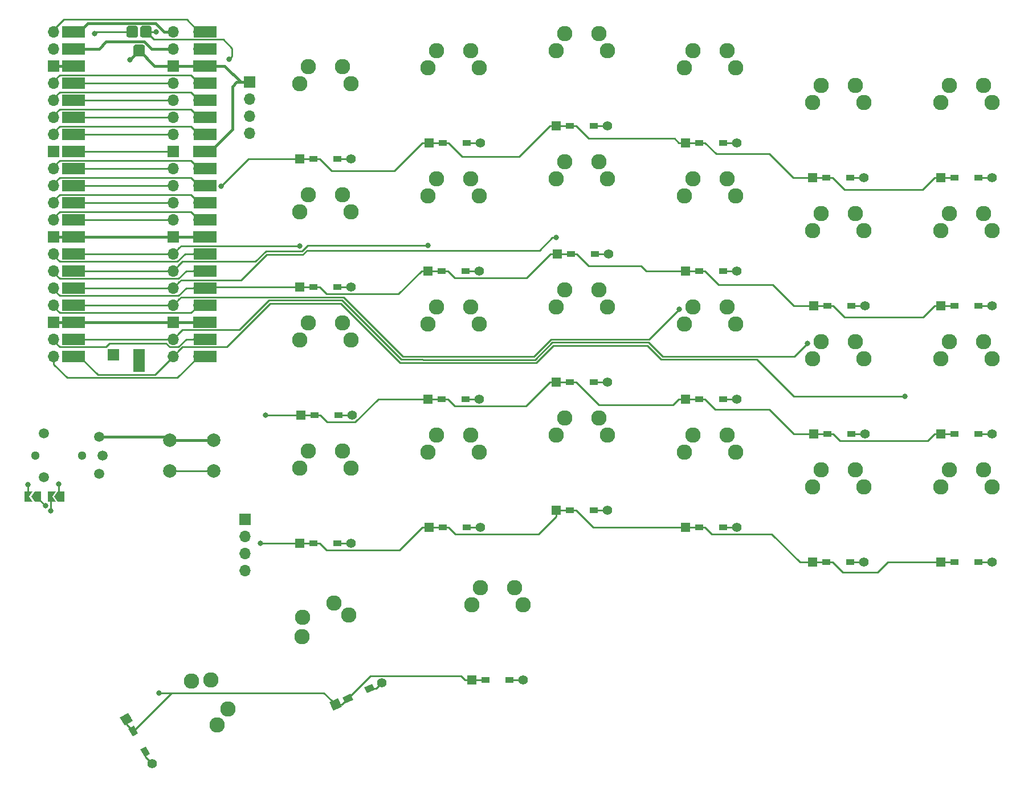
<source format=gbl>
G04 #@! TF.GenerationSoftware,KiCad,Pcbnew,(5.1.4)-1*
G04 #@! TF.CreationDate,2021-07-06T10:58:29+08:00*
G04 #@! TF.ProjectId,Split Keeb,53706c69-7420-44b6-9565-622e6b696361,rev?*
G04 #@! TF.SameCoordinates,Original*
G04 #@! TF.FileFunction,Copper,L2,Bot*
G04 #@! TF.FilePolarity,Positive*
%FSLAX46Y46*%
G04 Gerber Fmt 4.6, Leading zero omitted, Abs format (unit mm)*
G04 Created by KiCad (PCBNEW (5.1.4)-1) date 2021-07-06 10:58:29*
%MOMM*%
%LPD*%
G04 APERTURE LIST*
%ADD10C,0.300000*%
%ADD11C,0.100000*%
%ADD12C,2.286000*%
%ADD13R,1.700000X1.700000*%
%ADD14O,1.700000X1.700000*%
%ADD15C,1.750000*%
%ADD16R,3.500000X1.700000*%
%ADD17R,1.700000X3.500000*%
%ADD18C,2.000000*%
%ADD19C,1.300000*%
%ADD20C,1.500000*%
%ADD21C,1.397000*%
%ADD22R,1.397000X1.397000*%
%ADD23R,1.300000X0.950000*%
%ADD24C,0.950000*%
%ADD25C,0.800000*%
%ADD26C,0.250000*%
%ADD27C,0.400000*%
G04 APERTURE END LIST*
D10*
X74332000Y-120675400D03*
D11*
G36*
X73832000Y-119925400D02*
G01*
X74982000Y-119925400D01*
X74482000Y-120675400D01*
X74982000Y-121425400D01*
X73832000Y-121425400D01*
X73832000Y-119925400D01*
X73832000Y-119925400D01*
G37*
D10*
X75782000Y-120675400D03*
D11*
G36*
X74782000Y-120675400D02*
G01*
X75282000Y-119925400D01*
X76282000Y-119925400D01*
X76282000Y-121425400D01*
X75282000Y-121425400D01*
X74782000Y-120675400D01*
X74782000Y-120675400D01*
G37*
D10*
X70877600Y-120675400D03*
D11*
G36*
X70377600Y-119925400D02*
G01*
X71527600Y-119925400D01*
X71027600Y-120675400D01*
X71527600Y-121425400D01*
X70377600Y-121425400D01*
X70377600Y-119925400D01*
X70377600Y-119925400D01*
G37*
D10*
X72327600Y-120675400D03*
D11*
G36*
X71327600Y-120675400D02*
G01*
X71827600Y-119925400D01*
X72827600Y-119925400D01*
X72827600Y-121425400D01*
X71827600Y-121425400D01*
X71327600Y-120675400D01*
X71327600Y-120675400D01*
G37*
D12*
X118872000Y-59309000D03*
X112522000Y-56769000D03*
X117602000Y-56769000D03*
X111252000Y-59309000D03*
X137922000Y-56896000D03*
X131572000Y-54356000D03*
X136652000Y-54356000D03*
X130302000Y-56896000D03*
X156972000Y-54356000D03*
X150622000Y-51816000D03*
X155702000Y-51816000D03*
X149352000Y-54356000D03*
X176022000Y-56896000D03*
X169672000Y-54356000D03*
X174752000Y-54356000D03*
X168402000Y-56896000D03*
X195072000Y-62103000D03*
X188722000Y-59563000D03*
X193802000Y-59563000D03*
X187452000Y-62103000D03*
X214122000Y-62103000D03*
X207772000Y-59563000D03*
X212852000Y-59563000D03*
X206502000Y-62103000D03*
X118872000Y-78359000D03*
X112522000Y-75819000D03*
X117602000Y-75819000D03*
X111252000Y-78359000D03*
X137922000Y-75946000D03*
X131572000Y-73406000D03*
X136652000Y-73406000D03*
X130302000Y-75946000D03*
X156972000Y-73406000D03*
X150622000Y-70866000D03*
X155702000Y-70866000D03*
X149352000Y-73406000D03*
X176022000Y-75946000D03*
X169672000Y-73406000D03*
X174752000Y-73406000D03*
X168402000Y-75946000D03*
X195072000Y-81153000D03*
X188722000Y-78613000D03*
X193802000Y-78613000D03*
X187452000Y-81153000D03*
X214122000Y-81153000D03*
X207772000Y-78613000D03*
X212852000Y-78613000D03*
X206502000Y-81153000D03*
X118872000Y-97409000D03*
X112522000Y-94869000D03*
X117602000Y-94869000D03*
X111252000Y-97409000D03*
X137922000Y-94996000D03*
X131572000Y-92456000D03*
X136652000Y-92456000D03*
X130302000Y-94996000D03*
X156972000Y-92456000D03*
X150622000Y-89916000D03*
X155702000Y-89916000D03*
X149352000Y-92456000D03*
X176022000Y-94996000D03*
X169672000Y-92456000D03*
X174752000Y-92456000D03*
X168402000Y-94996000D03*
X195072000Y-100203000D03*
X188722000Y-97663000D03*
X193802000Y-97663000D03*
X187452000Y-100203000D03*
X214122000Y-100203000D03*
X207772000Y-97663000D03*
X212852000Y-97663000D03*
X206502000Y-100203000D03*
X118872000Y-116459000D03*
X112522000Y-113919000D03*
X117602000Y-113919000D03*
X111252000Y-116459000D03*
X137922000Y-114046000D03*
X131572000Y-111506000D03*
X136652000Y-111506000D03*
X130302000Y-114046000D03*
X156972000Y-111506000D03*
X150622000Y-108966000D03*
X155702000Y-108966000D03*
X149352000Y-111506000D03*
X176022000Y-114046000D03*
X169672000Y-111506000D03*
X174752000Y-111506000D03*
X168402000Y-114046000D03*
X195072000Y-119253000D03*
X188722000Y-116713000D03*
X193802000Y-116713000D03*
X187452000Y-119253000D03*
X214122000Y-119253000D03*
X207772000Y-116713000D03*
X212852000Y-116713000D03*
X206502000Y-119253000D03*
X98973705Y-154682585D03*
X97998409Y-147913323D03*
X100538409Y-152312733D03*
X95163705Y-148083471D03*
X118514208Y-138287719D03*
X111685703Y-138669323D03*
X116289747Y-136522422D03*
X111608143Y-141508070D03*
X144399000Y-136779000D03*
X138049000Y-134239000D03*
X143129000Y-134239000D03*
X136779000Y-136779000D03*
D13*
X83566000Y-99592000D03*
D14*
X92456000Y-51562000D03*
X92456000Y-54102000D03*
D13*
X92456000Y-56642000D03*
D14*
X92456000Y-59182000D03*
X92456000Y-61722000D03*
X92456000Y-64262000D03*
X92456000Y-66802000D03*
D13*
X92456000Y-69342000D03*
D14*
X92456000Y-71882000D03*
X92456000Y-74422000D03*
X92456000Y-76962000D03*
X92456000Y-79502000D03*
D13*
X92456000Y-82042000D03*
D14*
X92456000Y-84582000D03*
X92456000Y-87122000D03*
X92456000Y-89662000D03*
X92456000Y-92202000D03*
D13*
X92456000Y-94742000D03*
D14*
X92456000Y-97282000D03*
X92456000Y-99822000D03*
X74676000Y-99822000D03*
X74676000Y-97282000D03*
D13*
X74676000Y-94742000D03*
D14*
X74676000Y-92202000D03*
X74676000Y-89662000D03*
X74676000Y-87122000D03*
X74676000Y-84582000D03*
D13*
X74676000Y-82042000D03*
D14*
X74676000Y-79502000D03*
X74676000Y-76962000D03*
X74676000Y-74422000D03*
X74676000Y-71882000D03*
D13*
X74676000Y-69342000D03*
D14*
X74676000Y-66802000D03*
X74676000Y-64262000D03*
X74676000Y-61722000D03*
X74676000Y-59182000D03*
D13*
X74676000Y-56642000D03*
D14*
X74676000Y-54102000D03*
X74676000Y-51562000D03*
X78486000Y-92202000D03*
X78486000Y-61722000D03*
D11*
G36*
X87856382Y-53469107D02*
G01*
X87898852Y-53475406D01*
X87940500Y-53485839D01*
X87980924Y-53500303D01*
X88019736Y-53518659D01*
X88056562Y-53540732D01*
X88091047Y-53566308D01*
X88122859Y-53595141D01*
X88151692Y-53626953D01*
X88177268Y-53661438D01*
X88199341Y-53698264D01*
X88217697Y-53737076D01*
X88232161Y-53777500D01*
X88242594Y-53819148D01*
X88248893Y-53861618D01*
X88251000Y-53904500D01*
X88251000Y-54779500D01*
X88248893Y-54822382D01*
X88242594Y-54864852D01*
X88232161Y-54906500D01*
X88217697Y-54946924D01*
X88199341Y-54985736D01*
X88177268Y-55022562D01*
X88151692Y-55057047D01*
X88122859Y-55088859D01*
X88091047Y-55117692D01*
X88056562Y-55143268D01*
X88019736Y-55165341D01*
X87980924Y-55183697D01*
X87940500Y-55198161D01*
X87898852Y-55208594D01*
X87856382Y-55214893D01*
X87813500Y-55217000D01*
X86938500Y-55217000D01*
X86895618Y-55214893D01*
X86853148Y-55208594D01*
X86811500Y-55198161D01*
X86771076Y-55183697D01*
X86732264Y-55165341D01*
X86695438Y-55143268D01*
X86660953Y-55117692D01*
X86629141Y-55088859D01*
X86600308Y-55057047D01*
X86574732Y-55022562D01*
X86552659Y-54985736D01*
X86534303Y-54946924D01*
X86519839Y-54906500D01*
X86509406Y-54864852D01*
X86503107Y-54822382D01*
X86501000Y-54779500D01*
X86501000Y-53904500D01*
X86503107Y-53861618D01*
X86509406Y-53819148D01*
X86519839Y-53777500D01*
X86534303Y-53737076D01*
X86552659Y-53698264D01*
X86574732Y-53661438D01*
X86600308Y-53626953D01*
X86629141Y-53595141D01*
X86660953Y-53566308D01*
X86695438Y-53540732D01*
X86732264Y-53518659D01*
X86771076Y-53500303D01*
X86811500Y-53485839D01*
X86853148Y-53475406D01*
X86895618Y-53469107D01*
X86938500Y-53467000D01*
X87813500Y-53467000D01*
X87856382Y-53469107D01*
X87856382Y-53469107D01*
G37*
D15*
X87376000Y-54342000D03*
D14*
X96266000Y-97282000D03*
X78486000Y-84582000D03*
X96266000Y-92202000D03*
X96266000Y-51562000D03*
D13*
X96266000Y-94742000D03*
X96266000Y-69342000D03*
D14*
X96266000Y-61722000D03*
X96266000Y-71882000D03*
X96266000Y-79502000D03*
X96266000Y-99822000D03*
D13*
X96266000Y-82042000D03*
D14*
X78486000Y-66802000D03*
X96266000Y-89662000D03*
X96266000Y-84582000D03*
D13*
X78486000Y-82042000D03*
D14*
X78486000Y-76962000D03*
X78486000Y-74422000D03*
X96266000Y-74422000D03*
X78486000Y-99822000D03*
X78486000Y-71882000D03*
X78486000Y-89662000D03*
X96266000Y-87122000D03*
X96266000Y-76962000D03*
X96266000Y-59182000D03*
D11*
G36*
X86840382Y-50694107D02*
G01*
X86882852Y-50700406D01*
X86924500Y-50710839D01*
X86964924Y-50725303D01*
X87003736Y-50743659D01*
X87040562Y-50765732D01*
X87075047Y-50791308D01*
X87106859Y-50820141D01*
X87135692Y-50851953D01*
X87161268Y-50886438D01*
X87183341Y-50923264D01*
X87201697Y-50962076D01*
X87216161Y-51002500D01*
X87226594Y-51044148D01*
X87232893Y-51086618D01*
X87235000Y-51129500D01*
X87235000Y-52004500D01*
X87232893Y-52047382D01*
X87226594Y-52089852D01*
X87216161Y-52131500D01*
X87201697Y-52171924D01*
X87183341Y-52210736D01*
X87161268Y-52247562D01*
X87135692Y-52282047D01*
X87106859Y-52313859D01*
X87075047Y-52342692D01*
X87040562Y-52368268D01*
X87003736Y-52390341D01*
X86964924Y-52408697D01*
X86924500Y-52423161D01*
X86882852Y-52433594D01*
X86840382Y-52439893D01*
X86797500Y-52442000D01*
X85922500Y-52442000D01*
X85879618Y-52439893D01*
X85837148Y-52433594D01*
X85795500Y-52423161D01*
X85755076Y-52408697D01*
X85716264Y-52390341D01*
X85679438Y-52368268D01*
X85644953Y-52342692D01*
X85613141Y-52313859D01*
X85584308Y-52282047D01*
X85558732Y-52247562D01*
X85536659Y-52210736D01*
X85518303Y-52171924D01*
X85503839Y-52131500D01*
X85493406Y-52089852D01*
X85487107Y-52047382D01*
X85485000Y-52004500D01*
X85485000Y-51129500D01*
X85487107Y-51086618D01*
X85493406Y-51044148D01*
X85503839Y-51002500D01*
X85518303Y-50962076D01*
X85536659Y-50923264D01*
X85558732Y-50886438D01*
X85584308Y-50851953D01*
X85613141Y-50820141D01*
X85644953Y-50791308D01*
X85679438Y-50765732D01*
X85716264Y-50743659D01*
X85755076Y-50725303D01*
X85795500Y-50710839D01*
X85837148Y-50700406D01*
X85879618Y-50694107D01*
X85922500Y-50692000D01*
X86797500Y-50692000D01*
X86840382Y-50694107D01*
X86840382Y-50694107D01*
G37*
D15*
X86360000Y-51567000D03*
D11*
G36*
X88872382Y-50694107D02*
G01*
X88914852Y-50700406D01*
X88956500Y-50710839D01*
X88996924Y-50725303D01*
X89035736Y-50743659D01*
X89072562Y-50765732D01*
X89107047Y-50791308D01*
X89138859Y-50820141D01*
X89167692Y-50851953D01*
X89193268Y-50886438D01*
X89215341Y-50923264D01*
X89233697Y-50962076D01*
X89248161Y-51002500D01*
X89258594Y-51044148D01*
X89264893Y-51086618D01*
X89267000Y-51129500D01*
X89267000Y-52004500D01*
X89264893Y-52047382D01*
X89258594Y-52089852D01*
X89248161Y-52131500D01*
X89233697Y-52171924D01*
X89215341Y-52210736D01*
X89193268Y-52247562D01*
X89167692Y-52282047D01*
X89138859Y-52313859D01*
X89107047Y-52342692D01*
X89072562Y-52368268D01*
X89035736Y-52390341D01*
X88996924Y-52408697D01*
X88956500Y-52423161D01*
X88914852Y-52433594D01*
X88872382Y-52439893D01*
X88829500Y-52442000D01*
X87954500Y-52442000D01*
X87911618Y-52439893D01*
X87869148Y-52433594D01*
X87827500Y-52423161D01*
X87787076Y-52408697D01*
X87748264Y-52390341D01*
X87711438Y-52368268D01*
X87676953Y-52342692D01*
X87645141Y-52313859D01*
X87616308Y-52282047D01*
X87590732Y-52247562D01*
X87568659Y-52210736D01*
X87550303Y-52171924D01*
X87535839Y-52131500D01*
X87525406Y-52089852D01*
X87519107Y-52047382D01*
X87517000Y-52004500D01*
X87517000Y-51129500D01*
X87519107Y-51086618D01*
X87525406Y-51044148D01*
X87535839Y-51002500D01*
X87550303Y-50962076D01*
X87568659Y-50923264D01*
X87590732Y-50886438D01*
X87616308Y-50851953D01*
X87645141Y-50820141D01*
X87676953Y-50791308D01*
X87711438Y-50765732D01*
X87748264Y-50743659D01*
X87787076Y-50725303D01*
X87827500Y-50710839D01*
X87869148Y-50700406D01*
X87911618Y-50694107D01*
X87954500Y-50692000D01*
X88829500Y-50692000D01*
X88872382Y-50694107D01*
X88872382Y-50694107D01*
G37*
D15*
X88392000Y-51567000D03*
D14*
X78486000Y-87122000D03*
X96266000Y-64262000D03*
D13*
X96266000Y-56642000D03*
D14*
X78486000Y-79502000D03*
X96266000Y-66802000D03*
D13*
X78486000Y-94742000D03*
X78486000Y-69342000D03*
D14*
X78486000Y-64262000D03*
X78486000Y-59182000D03*
X96266000Y-54102000D03*
X78486000Y-97282000D03*
D16*
X77586000Y-84582000D03*
X97166000Y-92202000D03*
X77586000Y-71882000D03*
X77586000Y-74422000D03*
D13*
X78486000Y-56642000D03*
D14*
X78486000Y-54102000D03*
D16*
X77586000Y-76962000D03*
X77586000Y-54102000D03*
D14*
X78486000Y-51562000D03*
D17*
X87376000Y-100492000D03*
D16*
X97166000Y-51562000D03*
X97166000Y-54102000D03*
X97166000Y-69342000D03*
X97166000Y-87122000D03*
X77586000Y-87122000D03*
X77586000Y-79502000D03*
X97166000Y-94742000D03*
X97166000Y-97282000D03*
X77586000Y-92202000D03*
X77586000Y-64262000D03*
X97166000Y-89662000D03*
X97166000Y-56642000D03*
X77586000Y-94742000D03*
X97166000Y-59182000D03*
X97166000Y-61722000D03*
X77586000Y-51562000D03*
X97166000Y-64262000D03*
X97166000Y-66802000D03*
X77586000Y-69342000D03*
D13*
X87376000Y-99592000D03*
D16*
X77586000Y-89662000D03*
X97166000Y-71882000D03*
X77586000Y-59182000D03*
X77586000Y-66802000D03*
X97166000Y-74422000D03*
X97166000Y-99822000D03*
X77586000Y-56642000D03*
X77586000Y-82042000D03*
X77586000Y-97282000D03*
X97166000Y-76962000D03*
X97166000Y-79502000D03*
X97166000Y-82042000D03*
X97166000Y-84582000D03*
X77586000Y-99822000D03*
X77586000Y-61722000D03*
D14*
X103759000Y-66675000D03*
X103759000Y-64135000D03*
X103759000Y-61595000D03*
D13*
X103759000Y-59055000D03*
D18*
X91925000Y-116840000D03*
X91925000Y-112340000D03*
X98425000Y-116840000D03*
X98425000Y-112340000D03*
D14*
X103124000Y-131699000D03*
X103124000Y-129159000D03*
X103124000Y-126619000D03*
D13*
X103124000Y-124079000D03*
D19*
X71915000Y-114554000D03*
D20*
X81415000Y-111804000D03*
X81415000Y-117304000D03*
X81915000Y-114554000D03*
X73215000Y-111304000D03*
X73215000Y-117804000D03*
D19*
X78915000Y-114554000D03*
D21*
X144399000Y-147955000D03*
D22*
X136779000Y-147955000D03*
D23*
X138814000Y-147955000D03*
X142364000Y-147955000D03*
D21*
X123440368Y-148361183D03*
X116534302Y-151581535D03*
D11*
G36*
X116196445Y-152509790D02*
G01*
X115606047Y-151243678D01*
X116872159Y-150653280D01*
X117462557Y-151919392D01*
X116196445Y-152509790D01*
X116196445Y-152509790D01*
G37*
D24*
X118378639Y-150721506D03*
D11*
G36*
X117990283Y-151426704D02*
G01*
X117588795Y-150565712D01*
X118766995Y-150016308D01*
X119168483Y-150877300D01*
X117990283Y-151426704D01*
X117990283Y-151426704D01*
G37*
D24*
X121596031Y-149221212D03*
D11*
G36*
X121207675Y-149926410D02*
G01*
X120806187Y-149065418D01*
X121984387Y-148516014D01*
X122385875Y-149377006D01*
X121207675Y-149926410D01*
X121207675Y-149926410D01*
G37*
D21*
X89274834Y-160386719D03*
X85464834Y-153787605D03*
D11*
G36*
X84510665Y-153531936D02*
G01*
X85720503Y-152833436D01*
X86419003Y-154043274D01*
X85209165Y-154741774D01*
X84510665Y-153531936D01*
X84510665Y-153531936D01*
G37*
D24*
X86482334Y-155549967D03*
D11*
G36*
X85745972Y-155224550D02*
G01*
X86568696Y-154749550D01*
X87218696Y-155875384D01*
X86395972Y-156350384D01*
X85745972Y-155224550D01*
X85745972Y-155224550D01*
G37*
D24*
X88257334Y-158624357D03*
D11*
G36*
X87520972Y-158298940D02*
G01*
X88343696Y-157823940D01*
X88993696Y-158949774D01*
X88170972Y-159424774D01*
X87520972Y-158298940D01*
X87520972Y-158298940D01*
G37*
D21*
X214122000Y-130429000D03*
D22*
X206502000Y-130429000D03*
D23*
X208537000Y-130429000D03*
X212087000Y-130429000D03*
D21*
X195072000Y-130429000D03*
D22*
X187452000Y-130429000D03*
D23*
X189487000Y-130429000D03*
X193037000Y-130429000D03*
D21*
X176146000Y-125222000D03*
D22*
X168526000Y-125222000D03*
D23*
X170561000Y-125222000D03*
X174111000Y-125222000D03*
D21*
X156972000Y-122682000D03*
D22*
X149352000Y-122682000D03*
D23*
X151387000Y-122682000D03*
X154937000Y-122682000D03*
D21*
X138049000Y-125222000D03*
D22*
X130429000Y-125222000D03*
D23*
X132464000Y-125222000D03*
X136014000Y-125222000D03*
D21*
X118872000Y-127635000D03*
D22*
X111252000Y-127635000D03*
D23*
X113287000Y-127635000D03*
X116837000Y-127635000D03*
D21*
X214122000Y-111379000D03*
D22*
X206502000Y-111379000D03*
D23*
X208537000Y-111379000D03*
X212087000Y-111379000D03*
D21*
X195199000Y-111379000D03*
D22*
X187579000Y-111379000D03*
D23*
X189614000Y-111379000D03*
X193164000Y-111379000D03*
D21*
X176149000Y-106172000D03*
D22*
X168529000Y-106172000D03*
D23*
X170564000Y-106172000D03*
X174114000Y-106172000D03*
D21*
X156972000Y-103632000D03*
D22*
X149352000Y-103632000D03*
D23*
X151387000Y-103632000D03*
X154937000Y-103632000D03*
D21*
X137922000Y-106172000D03*
D22*
X130302000Y-106172000D03*
D23*
X132337000Y-106172000D03*
X135887000Y-106172000D03*
D21*
X118999000Y-108585000D03*
D22*
X111379000Y-108585000D03*
D23*
X113414000Y-108585000D03*
X116964000Y-108585000D03*
D21*
X214122000Y-92329000D03*
D22*
X206502000Y-92329000D03*
D23*
X208537000Y-92329000D03*
X212087000Y-92329000D03*
D21*
X195199000Y-92329000D03*
D22*
X187579000Y-92329000D03*
D23*
X189614000Y-92329000D03*
X193164000Y-92329000D03*
D21*
X176149000Y-87122000D03*
D22*
X168529000Y-87122000D03*
D23*
X170564000Y-87122000D03*
X174114000Y-87122000D03*
D21*
X157099000Y-84582000D03*
D22*
X149479000Y-84582000D03*
D23*
X151514000Y-84582000D03*
X155064000Y-84582000D03*
D21*
X137922000Y-87122000D03*
D22*
X130302000Y-87122000D03*
D23*
X132337000Y-87122000D03*
X135887000Y-87122000D03*
D21*
X118872000Y-89535000D03*
D22*
X111252000Y-89535000D03*
D23*
X113287000Y-89535000D03*
X116837000Y-89535000D03*
D21*
X214122000Y-73279000D03*
D22*
X206502000Y-73279000D03*
D23*
X208537000Y-73279000D03*
X212087000Y-73279000D03*
D21*
X195072000Y-73279000D03*
D22*
X187452000Y-73279000D03*
D23*
X189487000Y-73279000D03*
X193037000Y-73279000D03*
D21*
X176152000Y-68072000D03*
D22*
X168532000Y-68072000D03*
D23*
X170567000Y-68072000D03*
X174117000Y-68072000D03*
D21*
X156972000Y-65532000D03*
D22*
X149352000Y-65532000D03*
D23*
X151387000Y-65532000D03*
X154937000Y-65532000D03*
D21*
X138049000Y-68072000D03*
D22*
X130429000Y-68072000D03*
D23*
X132464000Y-68072000D03*
X136014000Y-68072000D03*
D21*
X118872000Y-70485000D03*
D22*
X111252000Y-70485000D03*
D23*
X113287000Y-70485000D03*
X116837000Y-70485000D03*
D25*
X99568000Y-74549000D03*
X106172000Y-108585000D03*
X105410000Y-127635000D03*
X90297000Y-149860000D03*
X85979000Y-55753000D03*
X100748000Y-55626000D03*
X89916000Y-51562000D03*
X80716704Y-51823599D03*
X111252000Y-83439000D03*
X130302000Y-83376998D03*
X149352000Y-82169000D03*
X167640000Y-92837000D03*
X186690000Y-97917000D03*
X201168000Y-105791000D03*
X73493800Y-122080798D03*
X74218800Y-122809000D03*
X70840600Y-118872000D03*
X75387200Y-118846600D03*
D26*
X118872000Y-70485000D02*
X116837000Y-70485000D01*
X208537000Y-73279000D02*
X206502000Y-73279000D01*
X205553500Y-73279000D02*
X203775500Y-75057000D01*
X206502000Y-73279000D02*
X205553500Y-73279000D01*
X190387000Y-73279000D02*
X189487000Y-73279000D01*
X192165000Y-75057000D02*
X190387000Y-73279000D01*
X203775500Y-75057000D02*
X192165000Y-75057000D01*
X189487000Y-73279000D02*
X187452000Y-73279000D01*
X187452000Y-73279000D02*
X184531000Y-73279000D01*
X184531000Y-73279000D02*
X180975000Y-69723000D01*
X171467000Y-68072000D02*
X170567000Y-68072000D01*
X173118000Y-69723000D02*
X171467000Y-68072000D01*
X180975000Y-69723000D02*
X173118000Y-69723000D01*
X170567000Y-68072000D02*
X168532000Y-68072000D01*
X151387000Y-65532000D02*
X149352000Y-65532000D01*
X167583500Y-68072000D02*
X166948500Y-67437000D01*
X168532000Y-68072000D02*
X167583500Y-68072000D01*
X152287000Y-65532000D02*
X151387000Y-65532000D01*
X154192000Y-67437000D02*
X152287000Y-65532000D01*
X166948500Y-67437000D02*
X154192000Y-67437000D01*
X130429000Y-68072000D02*
X132464000Y-68072000D01*
X148403500Y-65532000D02*
X143831500Y-70104000D01*
X149352000Y-65532000D02*
X148403500Y-65532000D01*
X133364000Y-68072000D02*
X132464000Y-68072000D01*
X135396000Y-70104000D02*
X133364000Y-68072000D01*
X143831500Y-70104000D02*
X135396000Y-70104000D01*
X113287000Y-70485000D02*
X111252000Y-70485000D01*
X130429000Y-68072000D02*
X129480500Y-68072000D01*
X114187000Y-70485000D02*
X113287000Y-70485000D01*
X115965000Y-72263000D02*
X114187000Y-70485000D01*
X125289500Y-72263000D02*
X115965000Y-72263000D01*
X129480500Y-68072000D02*
X125289500Y-72263000D01*
X111252000Y-70485000D02*
X103632000Y-70485000D01*
X103632000Y-70485000D02*
X99568000Y-74549000D01*
X94359590Y-87122000D02*
X96266000Y-87122000D01*
X93184589Y-88297001D02*
X94359590Y-87122000D01*
X75575999Y-88297001D02*
X93184589Y-88297001D01*
X74676000Y-87397002D02*
X75575999Y-88297001D01*
X74676000Y-87122000D02*
X74676000Y-87397002D01*
X136014000Y-68072000D02*
X138049000Y-68072000D01*
X156972000Y-65532000D02*
X154937000Y-65532000D01*
X174117000Y-68072000D02*
X176152000Y-68072000D01*
X195072000Y-73279000D02*
X193037000Y-73279000D01*
X212087000Y-73279000D02*
X214122000Y-73279000D01*
X116837000Y-89535000D02*
X118872000Y-89535000D01*
X208537000Y-92329000D02*
X206502000Y-92329000D01*
X205553500Y-92329000D02*
X203902500Y-93980000D01*
X206502000Y-92329000D02*
X205553500Y-92329000D01*
X190514000Y-92329000D02*
X189614000Y-92329000D01*
X192165000Y-93980000D02*
X190514000Y-92329000D01*
X203902500Y-93980000D02*
X192165000Y-93980000D01*
X189614000Y-92329000D02*
X187579000Y-92329000D01*
X187579000Y-92329000D02*
X184658000Y-92329000D01*
X184658000Y-92329000D02*
X181483000Y-89154000D01*
X171464000Y-87122000D02*
X170564000Y-87122000D01*
X173496000Y-89154000D02*
X171464000Y-87122000D01*
X181483000Y-89154000D02*
X173496000Y-89154000D01*
X170564000Y-87122000D02*
X168529000Y-87122000D01*
X151514000Y-84582000D02*
X149479000Y-84582000D01*
X168529000Y-87122000D02*
X162687000Y-87122000D01*
X162687000Y-87122000D02*
X161925000Y-86360000D01*
X152414000Y-84582000D02*
X151514000Y-84582000D01*
X154192000Y-86360000D02*
X152414000Y-84582000D01*
X161925000Y-86360000D02*
X154192000Y-86360000D01*
X130302000Y-87122000D02*
X132337000Y-87122000D01*
X133237000Y-87122000D02*
X132337000Y-87122000D01*
X134260501Y-88145501D02*
X133237000Y-87122000D01*
X144966999Y-88145501D02*
X134260501Y-88145501D01*
X148530500Y-84582000D02*
X144966999Y-88145501D01*
X149479000Y-84582000D02*
X148530500Y-84582000D01*
X111252000Y-89535000D02*
X113287000Y-89535000D01*
X114187000Y-89535000D02*
X113287000Y-89535000D01*
X115210501Y-90558501D02*
X114187000Y-89535000D01*
X125916999Y-90558501D02*
X115210501Y-90558501D01*
X129353500Y-87122000D02*
X125916999Y-90558501D01*
X130302000Y-87122000D02*
X129353500Y-87122000D01*
X96393000Y-89535000D02*
X96266000Y-89662000D01*
X111252000Y-89535000D02*
X96393000Y-89535000D01*
X74676000Y-89937002D02*
X74676000Y-89662000D01*
X75575999Y-90837001D02*
X74676000Y-89937002D01*
X93184589Y-90837001D02*
X75575999Y-90837001D01*
X94359590Y-89662000D02*
X93184589Y-90837001D01*
X96266000Y-89662000D02*
X94359590Y-89662000D01*
X135887000Y-87122000D02*
X137922000Y-87122000D01*
X155064000Y-84582000D02*
X157099000Y-84582000D01*
X176149000Y-87122000D02*
X174114000Y-87122000D01*
X193164000Y-92329000D02*
X195199000Y-92329000D01*
X212087000Y-92329000D02*
X214122000Y-92329000D01*
X118999000Y-108585000D02*
X116964000Y-108585000D01*
X208537000Y-111379000D02*
X206502000Y-111379000D01*
X190514000Y-111379000D02*
X189614000Y-111379000D01*
X191537501Y-112402501D02*
X190514000Y-111379000D01*
X204529999Y-112402501D02*
X191537501Y-112402501D01*
X205553500Y-111379000D02*
X204529999Y-112402501D01*
X206502000Y-111379000D02*
X205553500Y-111379000D01*
X189614000Y-111379000D02*
X187579000Y-111379000D01*
X187579000Y-111379000D02*
X184658000Y-111379000D01*
X184658000Y-111379000D02*
X180975000Y-107696000D01*
X171464000Y-106172000D02*
X170564000Y-106172000D01*
X172988000Y-107696000D02*
X171464000Y-106172000D01*
X180975000Y-107696000D02*
X172988000Y-107696000D01*
X170564000Y-106172000D02*
X168529000Y-106172000D01*
X151387000Y-103632000D02*
X149352000Y-103632000D01*
X152287000Y-103632000D02*
X151387000Y-103632000D01*
X155701001Y-107046001D02*
X152287000Y-103632000D01*
X166706499Y-107046001D02*
X155701001Y-107046001D01*
X167580500Y-106172000D02*
X166706499Y-107046001D01*
X168529000Y-106172000D02*
X167580500Y-106172000D01*
X132337000Y-106172000D02*
X130302000Y-106172000D01*
X133237000Y-106172000D02*
X132337000Y-106172000D01*
X134260501Y-107195501D02*
X133237000Y-106172000D01*
X144839999Y-107195501D02*
X134260501Y-107195501D01*
X148403500Y-103632000D02*
X144839999Y-107195501D01*
X149352000Y-103632000D02*
X148403500Y-103632000D01*
X114314000Y-108585000D02*
X113414000Y-108585000D01*
X115337501Y-109608501D02*
X114314000Y-108585000D01*
X119490281Y-109608501D02*
X115337501Y-109608501D01*
X122926782Y-106172000D02*
X119490281Y-109608501D01*
X130302000Y-106172000D02*
X122926782Y-106172000D01*
X113414000Y-108585000D02*
X111379000Y-108585000D01*
X111379000Y-108585000D02*
X106172000Y-108585000D01*
X95090999Y-93377001D02*
X96266000Y-92202000D01*
X75575999Y-93377001D02*
X95090999Y-93377001D01*
X74676000Y-92477002D02*
X75575999Y-93377001D01*
X74676000Y-92202000D02*
X74676000Y-92477002D01*
X137922000Y-106172000D02*
X135887000Y-106172000D01*
X156972000Y-103632000D02*
X154937000Y-103632000D01*
X174114000Y-106172000D02*
X176149000Y-106172000D01*
X195199000Y-111379000D02*
X193164000Y-111379000D01*
X212087000Y-111379000D02*
X214122000Y-111379000D01*
X116837000Y-127635000D02*
X118872000Y-127635000D01*
X208537000Y-130429000D02*
X206502000Y-130429000D01*
X206502000Y-130429000D02*
X198628000Y-130429000D01*
X190387000Y-130429000D02*
X189487000Y-130429000D01*
X191911000Y-131953000D02*
X190387000Y-130429000D01*
X197104000Y-131953000D02*
X191911000Y-131953000D01*
X198628000Y-130429000D02*
X197104000Y-131953000D01*
X189487000Y-130429000D02*
X187452000Y-130429000D01*
X187452000Y-130429000D02*
X185547000Y-130429000D01*
X171461000Y-125222000D02*
X170561000Y-125222000D01*
X172484501Y-126245501D02*
X171461000Y-125222000D01*
X181363501Y-126245501D02*
X172484501Y-126245501D01*
X185547000Y-130429000D02*
X181363501Y-126245501D01*
X170561000Y-125222000D02*
X168526000Y-125222000D01*
X151387000Y-122682000D02*
X149352000Y-122682000D01*
X152287000Y-122682000D02*
X151387000Y-122682000D01*
X154827000Y-125222000D02*
X152287000Y-122682000D01*
X168526000Y-125222000D02*
X154827000Y-125222000D01*
X132464000Y-125222000D02*
X130429000Y-125222000D01*
X133364000Y-125222000D02*
X132464000Y-125222000D01*
X134387501Y-126245501D02*
X133364000Y-125222000D01*
X146736999Y-126245501D02*
X134387501Y-126245501D01*
X149352000Y-123630500D02*
X146736999Y-126245501D01*
X149352000Y-122682000D02*
X149352000Y-123630500D01*
X114187000Y-127635000D02*
X113287000Y-127635000D01*
X115210501Y-128658501D02*
X114187000Y-127635000D01*
X126043999Y-128658501D02*
X115210501Y-128658501D01*
X129480500Y-125222000D02*
X126043999Y-128658501D01*
X130429000Y-125222000D02*
X129480500Y-125222000D01*
X111252000Y-127635000D02*
X105410000Y-127635000D01*
X94359590Y-97282000D02*
X96266000Y-97282000D01*
X91891999Y-98457001D02*
X93184589Y-98457001D01*
X91351998Y-97917000D02*
X91891999Y-98457001D01*
X82955998Y-97917000D02*
X91351998Y-97917000D01*
X82415997Y-98457001D02*
X82955998Y-97917000D01*
X93184589Y-98457001D02*
X94359590Y-97282000D01*
X75575999Y-98457001D02*
X82415997Y-98457001D01*
X74676000Y-97557002D02*
X75575999Y-98457001D01*
X74676000Y-97282000D02*
X74676000Y-97557002D01*
X113287000Y-127635000D02*
X111252000Y-127635000D01*
X138049000Y-125222000D02*
X136014000Y-125222000D01*
X154937000Y-122682000D02*
X156972000Y-122682000D01*
X174111000Y-125222000D02*
X176146000Y-125222000D01*
X195072000Y-130429000D02*
X193037000Y-130429000D01*
X212087000Y-130429000D02*
X214122000Y-130429000D01*
X88257334Y-159369219D02*
X89274834Y-160386719D01*
X88257334Y-158624357D02*
X88257334Y-159369219D01*
X136779000Y-147955000D02*
X138814000Y-147955000D01*
X85464834Y-154532467D02*
X86482334Y-155549967D01*
X85464834Y-153787605D02*
X85464834Y-154532467D01*
X115937980Y-150985213D02*
X116534302Y-151581535D01*
X114812767Y-149860000D02*
X115937980Y-150985213D01*
X92172301Y-149860000D02*
X114812767Y-149860000D01*
X86482334Y-155549967D02*
X92172301Y-149860000D01*
X135830500Y-147955000D02*
X136779000Y-147955000D01*
X135213182Y-147337682D02*
X135830500Y-147955000D01*
X92172301Y-149860000D02*
X90297000Y-149860000D01*
X93070989Y-103017011D02*
X96266000Y-99822000D01*
X76668930Y-103017011D02*
X93070989Y-103017011D01*
X74676000Y-101024081D02*
X76668930Y-103017011D01*
X74676000Y-99822000D02*
X74676000Y-101024081D01*
X121759882Y-147340263D02*
X118378639Y-150721506D01*
X121759882Y-147337682D02*
X121759882Y-147340263D01*
X121759882Y-147337682D02*
X135213182Y-147337682D01*
X116534302Y-151581535D02*
X117518610Y-151581535D01*
X117518610Y-151581535D02*
X118378639Y-150721506D01*
X122580339Y-149221212D02*
X123440368Y-148361183D01*
X121596031Y-149221212D02*
X122580339Y-149221212D01*
X142364000Y-147955000D02*
X144399000Y-147955000D01*
X95090999Y-75786999D02*
X96266000Y-76962000D01*
X75575999Y-75786999D02*
X95090999Y-75786999D01*
X74676000Y-76686998D02*
X75575999Y-75786999D01*
X74676000Y-76962000D02*
X74676000Y-76686998D01*
D27*
X79756010Y-50291990D02*
X78486000Y-51562000D01*
X89829992Y-50291990D02*
X79756010Y-50291990D01*
X91100002Y-51562000D02*
X89829992Y-50291990D01*
X92456000Y-51562000D02*
X91100002Y-51562000D01*
X91925000Y-112340000D02*
X98425000Y-112340000D01*
X91389000Y-111804000D02*
X91925000Y-112340000D01*
X81415000Y-111804000D02*
X91389000Y-111804000D01*
X96266000Y-94742000D02*
X92456000Y-94742000D01*
X78486000Y-94742000D02*
X74676000Y-94742000D01*
X74676000Y-82042000D02*
X78486000Y-82042000D01*
X92456000Y-82042000D02*
X96266000Y-82042000D01*
X74676000Y-56642000D02*
X78486000Y-56642000D01*
X92456000Y-56642000D02*
X96266000Y-56642000D01*
X89676000Y-56642000D02*
X87376000Y-54342000D01*
X92456000Y-56642000D02*
X89676000Y-56642000D01*
X87376000Y-54342000D02*
X87376000Y-54356000D01*
X87376000Y-54356000D02*
X85979000Y-55753000D01*
X100096000Y-56642000D02*
X96266000Y-56642000D01*
X102509000Y-59055000D02*
X100096000Y-56642000D01*
X103759000Y-59055000D02*
X102509000Y-59055000D01*
X102509000Y-59055000D02*
X101854000Y-59055000D01*
X101854000Y-59055000D02*
X101219000Y-59690000D01*
X97946002Y-69342000D02*
X96266000Y-69342000D01*
X101219000Y-66069002D02*
X97946002Y-69342000D01*
X101219000Y-59690000D02*
X101219000Y-66069002D01*
X91206000Y-82042000D02*
X78486000Y-82042000D01*
X92456000Y-82042000D02*
X91206000Y-82042000D01*
X91206000Y-94742000D02*
X78486000Y-94742000D01*
X92456000Y-94742000D02*
X91206000Y-94742000D01*
D26*
X78486000Y-59182000D02*
X92456000Y-59182000D01*
X78486000Y-61722000D02*
X92456000Y-61722000D01*
X78486000Y-66802000D02*
X92456000Y-66802000D01*
X94195002Y-84582000D02*
X96266000Y-84582000D01*
X93020001Y-85757001D02*
X94195002Y-84582000D01*
X75575999Y-85757001D02*
X93020001Y-85757001D01*
X74676000Y-84857002D02*
X75575999Y-85757001D01*
X74676000Y-84582000D02*
X74676000Y-84857002D01*
X78486000Y-64262000D02*
X92456000Y-64262000D01*
X78486000Y-69342000D02*
X92456000Y-69342000D01*
X78486000Y-71882000D02*
X92456000Y-71882000D01*
X78486000Y-74422000D02*
X92456000Y-74422000D01*
X91925000Y-116840000D02*
X98425000Y-116840000D01*
X78486000Y-76962000D02*
X92456000Y-76962000D01*
X78486000Y-79502000D02*
X92456000Y-79502000D01*
X95090999Y-58006999D02*
X96266000Y-59182000D01*
X75575999Y-58006999D02*
X95090999Y-58006999D01*
X74676000Y-58906998D02*
X75575999Y-58006999D01*
X74676000Y-59182000D02*
X74676000Y-58906998D01*
X95090999Y-78326999D02*
X96266000Y-79502000D01*
X75575999Y-78326999D02*
X95090999Y-78326999D01*
X74676000Y-79226998D02*
X75575999Y-78326999D01*
X74676000Y-79502000D02*
X74676000Y-79226998D01*
X95090999Y-73246999D02*
X96266000Y-74422000D01*
X75575999Y-73246999D02*
X95090999Y-73246999D01*
X74676000Y-74146998D02*
X75575999Y-73246999D01*
X74676000Y-74422000D02*
X74676000Y-74146998D01*
X95090999Y-70706999D02*
X96266000Y-71882000D01*
X75575999Y-70706999D02*
X95090999Y-70706999D01*
X74676000Y-71606998D02*
X75575999Y-70706999D01*
X74676000Y-71882000D02*
X74676000Y-71606998D01*
X89209569Y-52384569D02*
X88392000Y-51567000D01*
X89562001Y-52737001D02*
X89209569Y-52384569D01*
X99854001Y-52737001D02*
X89562001Y-52737001D01*
X101147999Y-54030999D02*
X99854001Y-52737001D01*
X101147999Y-55226001D02*
X101147999Y-54030999D01*
X100748000Y-55626000D02*
X101147999Y-55226001D01*
X88392000Y-51567000D02*
X89911000Y-51567000D01*
X89911000Y-51567000D02*
X89916000Y-51562000D01*
X86360000Y-51567000D02*
X80973303Y-51567000D01*
X80973303Y-51567000D02*
X80716704Y-51823599D01*
X93305999Y-83732001D02*
X92456000Y-84582000D01*
X93631001Y-83406999D02*
X93305999Y-83732001D01*
X99176001Y-83406999D02*
X93631001Y-83406999D01*
X99208002Y-83439000D02*
X99176001Y-83406999D01*
X111252000Y-83439000D02*
X99208002Y-83439000D01*
X78486000Y-84582000D02*
X92456000Y-84582000D01*
X112387004Y-83376998D02*
X111600001Y-84164001D01*
X130302000Y-83376998D02*
X112387004Y-83376998D01*
X111600001Y-84164001D02*
X106208999Y-84164001D01*
X93305999Y-86272001D02*
X92456000Y-87122000D01*
X93820999Y-85757001D02*
X93305999Y-86272001D01*
X104615999Y-85757001D02*
X93820999Y-85757001D01*
X106208999Y-84164001D02*
X104615999Y-85757001D01*
X78486000Y-87122000D02*
X92456000Y-87122000D01*
X146853316Y-84101999D02*
X112298413Y-84101999D01*
X149352000Y-82169000D02*
X148786315Y-82169000D01*
X148786315Y-82169000D02*
X146853316Y-84101999D01*
X112298413Y-84101999D02*
X111691412Y-84709000D01*
X111691412Y-84709000D02*
X106300410Y-84709000D01*
X93305999Y-88812001D02*
X92456000Y-89662000D01*
X93631001Y-88486999D02*
X93305999Y-88812001D01*
X102522411Y-88486999D02*
X93631001Y-88486999D01*
X106300410Y-84709000D02*
X102522411Y-88486999D01*
X78486000Y-89662000D02*
X92456000Y-89662000D01*
X163162099Y-97314901D02*
X148557099Y-97314901D01*
X167640000Y-92837000D02*
X163162099Y-97314901D01*
X146017099Y-99854901D02*
X126524901Y-99854901D01*
X148557099Y-97314901D02*
X146017099Y-99854901D01*
X126524901Y-99854901D02*
X117729000Y-91059000D01*
X93305999Y-91352001D02*
X92456000Y-92202000D01*
X93631001Y-91026999D02*
X93305999Y-91352001D01*
X99176001Y-91026999D02*
X93631001Y-91026999D01*
X99208002Y-91059000D02*
X99176001Y-91026999D01*
X117729000Y-91059000D02*
X99208002Y-91059000D01*
X78486000Y-92202000D02*
X92456000Y-92202000D01*
X93820999Y-95917001D02*
X93305999Y-96432001D01*
X106680000Y-91509010D02*
X102272009Y-95917001D01*
X117542600Y-91509010D02*
X106680000Y-91509010D01*
X126338500Y-100304910D02*
X117542600Y-91509010D01*
X102272009Y-95917001D02*
X93820999Y-95917001D01*
X129514911Y-100304911D02*
X126338500Y-100304910D01*
X93305999Y-96432001D02*
X92456000Y-97282000D01*
X129540000Y-100330000D02*
X129514911Y-100304911D01*
X186690000Y-97917000D02*
X184752099Y-99854901D01*
X163042911Y-97764911D02*
X148743499Y-97764911D01*
X165132901Y-99854901D02*
X163042911Y-97764911D01*
X148743499Y-97764911D02*
X146178410Y-100330000D01*
X184752099Y-99854901D02*
X165132901Y-99854901D01*
X146178410Y-100330000D02*
X129540000Y-100330000D01*
X78486000Y-97282000D02*
X92456000Y-97282000D01*
X93305999Y-98972001D02*
X92456000Y-99822000D01*
X100368419Y-98457001D02*
X93820999Y-98457001D01*
X126152099Y-100754919D02*
X117356200Y-91959020D01*
X128948920Y-100754920D02*
X126152099Y-100754919D01*
X117356200Y-91959020D02*
X106866400Y-91959020D01*
X146364810Y-100780010D02*
X128974010Y-100780010D01*
X201168000Y-105791000D02*
X184658000Y-105791000D01*
X106866400Y-91959020D02*
X100368419Y-98457001D01*
X128974010Y-100780010D02*
X128948920Y-100754920D01*
X184658000Y-105791000D02*
X179171911Y-100304911D01*
X179171911Y-100304911D02*
X164946500Y-100304910D01*
X93820999Y-98457001D02*
X93305999Y-98972001D01*
X164946500Y-100304910D02*
X162856511Y-98214921D01*
X162856511Y-98214921D02*
X148929899Y-98214921D01*
X148929899Y-98214921D02*
X146364810Y-100780010D01*
X91606001Y-100671999D02*
X92456000Y-99822000D01*
X89710999Y-102567001D02*
X91606001Y-100671999D01*
X81231001Y-102567001D02*
X89710999Y-102567001D01*
X78486000Y-99822000D02*
X81231001Y-102567001D01*
D27*
X78524001Y-54140001D02*
X78486000Y-54102000D01*
X81410001Y-54140001D02*
X78524001Y-54140001D01*
X82483012Y-53066990D02*
X81410001Y-54140001D01*
X88160410Y-53066990D02*
X82483012Y-53066990D01*
X89195420Y-54102000D02*
X88160410Y-53066990D01*
X92456000Y-54102000D02*
X89195420Y-54102000D01*
D26*
X95090999Y-60546999D02*
X96266000Y-61722000D01*
X75575999Y-60546999D02*
X95090999Y-60546999D01*
X74676000Y-61446998D02*
X75575999Y-60546999D01*
X74676000Y-61722000D02*
X74676000Y-61446998D01*
X72327600Y-120675400D02*
X72327600Y-120914598D01*
X72327600Y-120914598D02*
X73493800Y-122080798D01*
X74218800Y-120788600D02*
X74332000Y-120675400D01*
X74218800Y-122809000D02*
X74218800Y-120788600D01*
X70840600Y-120638400D02*
X70877600Y-120675400D01*
X70840600Y-118872000D02*
X70840600Y-120638400D01*
X94470980Y-49766980D02*
X96266000Y-51562000D01*
X76196018Y-49766980D02*
X94470980Y-49766980D01*
X74676000Y-51286998D02*
X76196018Y-49766980D01*
X74676000Y-51562000D02*
X74676000Y-51286998D01*
X75387200Y-120280600D02*
X75782000Y-120675400D01*
X75387200Y-118846600D02*
X75387200Y-120280600D01*
X95090999Y-65626999D02*
X96266000Y-66802000D01*
X75575999Y-65626999D02*
X95090999Y-65626999D01*
X74676000Y-66526998D02*
X75575999Y-65626999D01*
X74676000Y-66802000D02*
X74676000Y-66526998D01*
X95090999Y-63086999D02*
X96266000Y-64262000D01*
X75575999Y-63086999D02*
X95090999Y-63086999D01*
X74676000Y-63986998D02*
X75575999Y-63086999D01*
X74676000Y-64262000D02*
X74676000Y-63986998D01*
M02*

</source>
